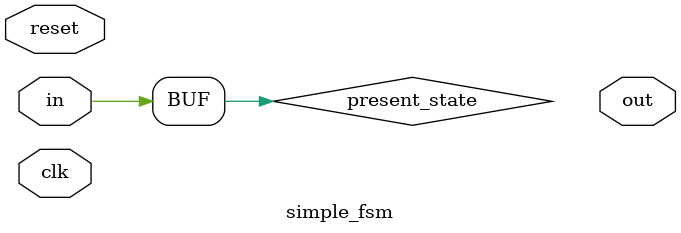
<source format=v>
module simple_fsm(clk, reset, in, out);
input clk;
input reset;
input in;
output out;
wire out;
reg present_state, next_state;
// In state 0, if in=1, stay in state 0. In state 0, if in=0, go to state 1
// In state 1, if in=1, stay in state 1. In state 1, if in=0, go to state 0
// out=1 in state 0 and out=0 in state 1
assign present_state = {reset, in};
always @(present_state) begin
case({reset, in})
2'b00: next_state = 1'b0;
2'b01: next_state = 1'b0;
2'b10: next_state = 1'b1;
2'b11: next_state = 1'b1;
default: next_state = 1'bx;
endcase
end
always @(posedge clk)
if(reset)
present_state = 1'b0;
else
present_state = next_state;
endmodule

</source>
